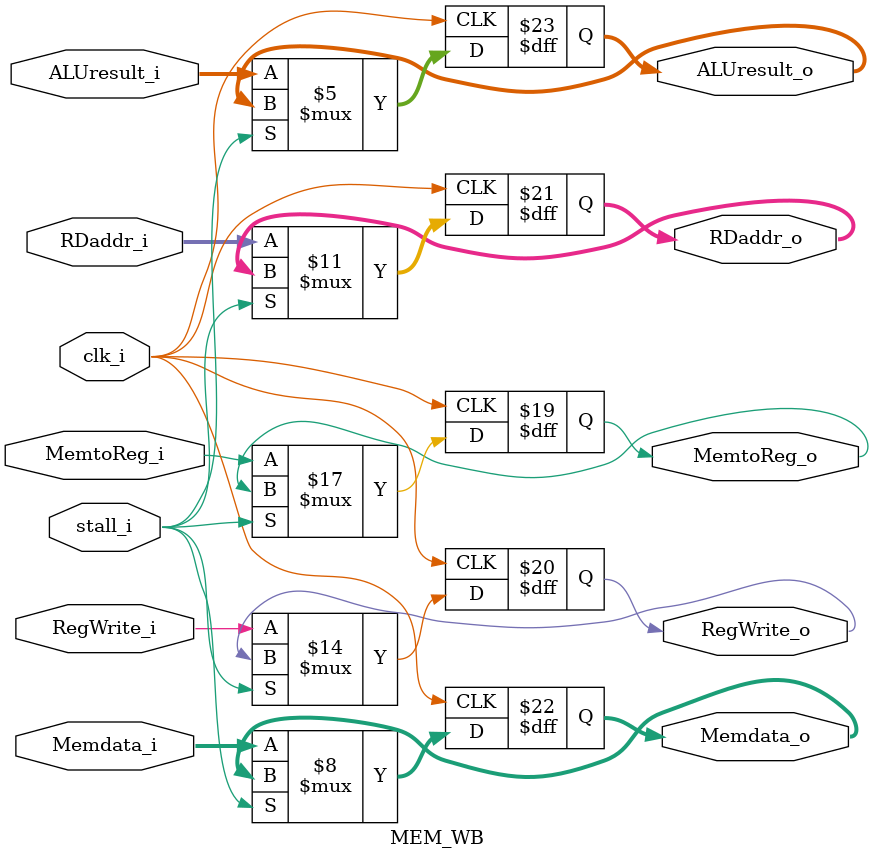
<source format=v>
module MEM_WB
(
    clk_i,
    MemtoReg_i,
    RegWrite_i,

    Memdata_i,
    ALUresult_i,
    RDaddr_i,
	stall_i,

    MemtoReg_o,
    RegWrite_o,

    Memdata_o,
    ALUresult_o,
    RDaddr_o
);

// Ports
input               clk_i, MemtoReg_i, RegWrite_i, stall_i;
input   [4:0]       RDaddr_i;
input   [31:0]      Memdata_i, ALUresult_i;
output				MemtoReg_o, RegWrite_o;
output  [4:0]       RDaddr_o;
output  [31:0]      Memdata_o, ALUresult_o;

reg					MemtoReg_o, RegWrite_o;
reg  [4:0]       	RDaddr_o;
reg  [31:0]      	Memdata_o, ALUresult_o;

initial begin
	MemtoReg_o = 1'b0;
	RegWrite_o = 1'b0;
end

always@(posedge clk_i) begin
	if(~stall_i) begin
    	MemtoReg_o <= MemtoReg_i;
    	RegWrite_o <= RegWrite_i;
    	RDaddr_o <= RDaddr_i;
    	Memdata_o <= Memdata_i;
    	ALUresult_o <= ALUresult_i;
	end
	else begin
    	MemtoReg_o <= MemtoReg_o;
    	RegWrite_o <= RegWrite_o;
    	RDaddr_o <= RDaddr_o;
    	Memdata_o <= Memdata_o;
    	ALUresult_o <= ALUresult_o;
	end
    //$display("RDaddr: %b", RDaddr_o);
end

endmodule

</source>
